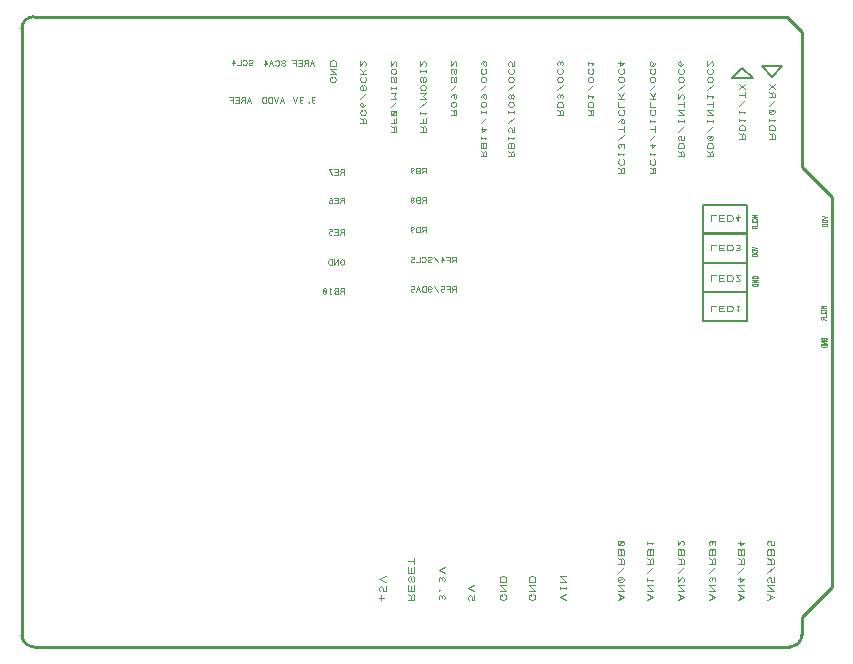
<source format=gbo>
G04 DesignSpark PCB Gerber Version 12.0 Build 5942*
%FSLAX35Y35*%
%MOMM*%
%ADD15C,0.08000*%
%ADD11C,0.12700*%
%ADD20C,0.25400*%
X0Y0D02*
D02*
D11*
X48058050Y45812770D02*
X48433050D01*
Y46055270D01*
X48058050D01*
Y45812770D01*
Y46057770D02*
X48433050D01*
Y46300270D01*
X48058050D01*
Y46057770D01*
Y46302770D02*
X48433050D01*
Y46545270D01*
X48058050D01*
Y46302770D01*
Y46552770D02*
X48433050D01*
Y46795270D01*
X48058050D01*
Y46552770D01*
X48390550Y47955270D02*
X48302550Y47867270D01*
X48478050Y47867770D01*
X48390550Y47955270D01*
X48641050Y47879770D02*
X48729050Y47967770D01*
X48553550Y47967270D01*
X48641050Y47879770D01*
D02*
D15*
X44230550Y47657180D02*
X44214680Y47704800D01*
X44198800Y47657180D01*
X44224200Y47677020D02*
X44205150D01*
X44179750Y47657180D02*
Y47704800D01*
X44157530D01*
X44151170Y47700830D01*
X44148000Y47692900D01*
X44151170Y47684960D01*
X44157530Y47680990D01*
X44179750D01*
X44157530D02*
X44148000Y47657180D01*
X44128950D02*
Y47704800D01*
X44097200D01*
X44103550Y47680990D02*
X44128950D01*
Y47657180D02*
X44097200D01*
X44078150D02*
Y47704800D01*
X44046400D01*
X44052750Y47680990D02*
X44078150D01*
X44245550Y47986580D02*
X44242370Y47978650D01*
X44236020Y47974680D01*
X44223330D01*
X44216970Y47978650D01*
X44213800Y47986580D01*
X44216970Y47994520D01*
X44223330Y47998490D01*
X44236020D01*
X44242370Y48002460D01*
X44245550Y48010400D01*
X44242370Y48018330D01*
X44236020Y48022300D01*
X44223330D01*
X44216970Y48018330D01*
X44213800Y48010400D01*
X44163000Y47982610D02*
X44166170Y47978650D01*
X44172530Y47974680D01*
X44182050D01*
X44188400Y47978650D01*
X44191570Y47982610D01*
X44194750Y47990550D01*
Y48006430D01*
X44191570Y48014360D01*
X44188400Y48018330D01*
X44182050Y48022300D01*
X44172530D01*
X44166170Y48018330D01*
X44163000Y48014360D01*
X44143950Y48022300D02*
Y47974680D01*
X44112200D01*
X44077280D02*
Y48022300D01*
X44093150Y47990550D01*
X44067750D01*
X44508050Y47657180D02*
X44492180Y47704800D01*
X44476300Y47657180D01*
X44501700Y47677020D02*
X44482650D01*
X44457250Y47704800D02*
X44441380Y47657180D01*
X44425500Y47704800D01*
X44406450Y47657180D02*
Y47704800D01*
X44387400D01*
X44381050Y47700830D01*
X44377870Y47696860D01*
X44374700Y47688930D01*
Y47673050D01*
X44377870Y47665110D01*
X44381050Y47661150D01*
X44387400Y47657180D01*
X44406450D01*
X44355650D02*
Y47704800D01*
X44336600D01*
X44330250Y47700830D01*
X44327070Y47696860D01*
X44323900Y47688930D01*
Y47673050D01*
X44327070Y47665110D01*
X44330250Y47661150D01*
X44336600Y47657180D01*
X44355650D01*
X44520550Y47984080D02*
X44517370Y47976150D01*
X44511020Y47972180D01*
X44498330D01*
X44491970Y47976150D01*
X44488800Y47984080D01*
X44491970Y47992020D01*
X44498330Y47995990D01*
X44511020D01*
X44517370Y47999960D01*
X44520550Y48007900D01*
X44517370Y48015830D01*
X44511020Y48019800D01*
X44498330D01*
X44491970Y48015830D01*
X44488800Y48007900D01*
X44438000Y47980110D02*
X44441170Y47976150D01*
X44447530Y47972180D01*
X44457050D01*
X44463400Y47976150D01*
X44466570Y47980110D01*
X44469750Y47988050D01*
Y48003930D01*
X44466570Y48011860D01*
X44463400Y48015830D01*
X44457050Y48019800D01*
X44447530D01*
X44441170Y48015830D01*
X44438000Y48011860D01*
X44418950Y47972180D02*
X44403080Y48019800D01*
X44387200Y47972180D01*
X44412600Y47992020D02*
X44393550D01*
X44352280Y47972180D02*
Y48019800D01*
X44368150Y47988050D01*
X44342750D01*
X44765550Y47972180D02*
X44749680Y48019800D01*
X44733800Y47972180D01*
X44759200Y47992020D02*
X44740150D01*
X44714750Y47972180D02*
Y48019800D01*
X44692530D01*
X44686170Y48015830D01*
X44683000Y48007900D01*
X44686170Y47999960D01*
X44692530Y47995990D01*
X44714750D01*
X44692530D02*
X44683000Y47972180D01*
X44663950D02*
Y48019800D01*
X44632200D01*
X44638550Y47995990D02*
X44663950D01*
Y47972180D02*
X44632200D01*
X44613150D02*
Y48019800D01*
X44581400D01*
X44587750Y47995990D02*
X44613150D01*
X44769870Y47663650D02*
X44763520Y47659680D01*
X44757180D01*
X44750830Y47663650D01*
X44747650Y47671580D01*
X44750830Y47679520D01*
X44757180Y47683490D01*
X44763520D01*
X44757180D02*
X44750830Y47687460D01*
X44747650Y47695400D01*
X44750830Y47703330D01*
X44757180Y47707300D01*
X44763520D01*
X44769870Y47703330D01*
X44719070Y47659680D02*
X44715900Y47663650D01*
X44719070Y47667610D01*
X44722250Y47663650D01*
X44719070Y47659680D01*
X44668270Y47663650D02*
X44661920Y47659680D01*
X44655580D01*
X44649230Y47663650D01*
X44646050Y47671580D01*
X44649230Y47679520D01*
X44655580Y47683490D01*
X44661920D01*
X44655580D02*
X44649230Y47687460D01*
X44646050Y47695400D01*
X44649230Y47703330D01*
X44655580Y47707300D01*
X44661920D01*
X44668270Y47703330D01*
X44620650Y47707300D02*
X44604780Y47659680D01*
X44588900Y47707300D01*
X44919800Y47864080D02*
Y47877180D01*
X44915830D01*
X44907890Y47872810D01*
X44903930Y47868450D01*
X44899960Y47859710D01*
Y47850990D01*
X44903930Y47842250D01*
X44907890Y47837890D01*
X44915830Y47833520D01*
X44931710D01*
X44939640Y47837890D01*
X44943610Y47842250D01*
X44947580Y47850990D01*
Y47859710D01*
X44943610Y47868450D01*
X44939640Y47872810D01*
X44931710Y47877180D01*
X44899960Y47903370D02*
X44947580D01*
X44899960Y47947030D01*
X44947580D01*
X44899960Y47973220D02*
X44947580D01*
Y47999410D01*
X44943610Y48008150D01*
X44939640Y48012510D01*
X44931710Y48016880D01*
X44915830D01*
X44907890Y48012510D01*
X44903930Y48008150D01*
X44899960Y47999410D01*
Y47973220D01*
X45018050Y46039680D02*
Y46087300D01*
X44995830D01*
X44989470Y46083330D01*
X44986300Y46075400D01*
X44989470Y46067460D01*
X44995830Y46063490D01*
X45018050D01*
X44995830D02*
X44986300Y46039680D01*
X44945030Y46063490D02*
X44938670Y46059520D01*
X44935500Y46051580D01*
X44938670Y46043650D01*
X44945030Y46039680D01*
X44967250D01*
Y46087300D01*
X44945030D01*
X44938670Y46083330D01*
X44935500Y46075400D01*
X44938670Y46067460D01*
X44945030Y46063490D01*
X44967250D01*
X44910100Y46039680D02*
X44897400D01*
X44903750D02*
Y46087300D01*
X44910100Y46079360D01*
X44862470Y46043650D02*
X44856120Y46039680D01*
X44849780D01*
X44843430Y46043650D01*
X44840250Y46051580D01*
Y46075400D01*
X44843430Y46083330D01*
X44849780Y46087300D01*
X44856120D01*
X44862470Y46083330D01*
X44865650Y46075400D01*
Y46051580D01*
X44862470Y46043650D01*
X44843430Y46083330D01*
X44995830Y46307020D02*
X44986300D01*
Y46303050D01*
X44989470Y46295110D01*
X44992650Y46291150D01*
X44999000Y46287180D01*
X45005350D01*
X45011700Y46291150D01*
X45014870Y46295110D01*
X45018050Y46303050D01*
Y46318930D01*
X45014870Y46326860D01*
X45011700Y46330830D01*
X45005350Y46334800D01*
X44999000D01*
X44992650Y46330830D01*
X44989470Y46326860D01*
X44986300Y46318930D01*
X44967250Y46287180D02*
Y46334800D01*
X44935500Y46287180D01*
Y46334800D01*
X44916450Y46287180D02*
Y46334800D01*
X44897400D01*
X44891050Y46330830D01*
X44887870Y46326860D01*
X44884700Y46318930D01*
Y46303050D01*
X44887870Y46295110D01*
X44891050Y46291150D01*
X44897400Y46287180D01*
X44916450D01*
X45018050Y46542180D02*
Y46589800D01*
X44995830D01*
X44989470Y46585830D01*
X44986300Y46577900D01*
X44989470Y46569960D01*
X44995830Y46565990D01*
X45018050D01*
X44995830D02*
X44986300Y46542180D01*
X44967250D02*
Y46589800D01*
X44935500D01*
X44941850Y46565990D02*
X44967250D01*
Y46542180D02*
X44935500D01*
X44916450Y46546150D02*
X44910100Y46542180D01*
X44900580D01*
X44894230Y46546150D01*
X44891050Y46554080D01*
Y46558050D01*
X44894230Y46565990D01*
X44900580Y46569960D01*
X44916450D01*
Y46589800D01*
X44891050D01*
X45018050Y46807180D02*
Y46854800D01*
X44995830D01*
X44989470Y46850830D01*
X44986300Y46842900D01*
X44989470Y46834960D01*
X44995830Y46830990D01*
X45018050D01*
X44995830D02*
X44986300Y46807180D01*
X44967250D02*
Y46854800D01*
X44935500D01*
X44941850Y46830990D02*
X44967250D01*
Y46807180D02*
X44935500D01*
X44916450Y46819080D02*
X44913270Y46827020D01*
X44906920Y46830990D01*
X44900580D01*
X44894230Y46827020D01*
X44891050Y46819080D01*
X44894230Y46811150D01*
X44900580Y46807180D01*
X44906920D01*
X44913270Y46811150D01*
X44916450Y46819080D01*
Y46830990D01*
X44913270Y46842900D01*
X44906920Y46850830D01*
X44900580Y46854800D01*
X45018050Y47047180D02*
Y47094800D01*
X44995830D01*
X44989470Y47090830D01*
X44986300Y47082900D01*
X44989470Y47074960D01*
X44995830Y47070990D01*
X45018050D01*
X44995830D02*
X44986300Y47047180D01*
X44967250D02*
Y47094800D01*
X44935500D01*
X44941850Y47070990D02*
X44967250D01*
Y47047180D02*
X44935500D01*
X44916450D02*
X44891050Y47094800D01*
X44916450D01*
X45154960Y47484270D02*
X45202580D01*
Y47514830D01*
X45198610Y47523560D01*
X45190680Y47527930D01*
X45182740Y47523560D01*
X45178770Y47514830D01*
Y47484270D01*
Y47514830D02*
X45154960Y47527930D01*
X45174800Y47584680D02*
Y47597780D01*
X45170830D01*
X45162890Y47593410D01*
X45158930Y47589050D01*
X45154960Y47580310D01*
Y47571590D01*
X45158930Y47562850D01*
X45162890Y47558490D01*
X45170830Y47554120D01*
X45186710D01*
X45194640Y47558490D01*
X45198610Y47562850D01*
X45202580Y47571590D01*
Y47580310D01*
X45198610Y47589050D01*
X45194640Y47593410D01*
X45186710Y47597780D01*
X45166860Y47623970D02*
X45174800Y47628340D01*
X45178770Y47637070D01*
Y47645790D01*
X45174800Y47654530D01*
X45166860Y47658900D01*
X45158930Y47654530D01*
X45154960Y47645790D01*
Y47637070D01*
X45158930Y47628340D01*
X45166860Y47623970D01*
X45178770D01*
X45190680Y47628340D01*
X45198610Y47637070D01*
X45202580Y47645790D01*
X45154960Y47693820D02*
X45202580Y47737480D01*
X45166860Y47763670D02*
X45158930Y47768040D01*
X45154960Y47776770D01*
Y47794230D01*
X45158930Y47802960D01*
X45166860Y47807330D01*
X45174800Y47802960D01*
X45178770Y47794230D01*
Y47776770D01*
X45182740Y47768040D01*
X45190680Y47763670D01*
X45198610Y47768040D01*
X45202580Y47776770D01*
Y47794230D01*
X45198610Y47802960D01*
X45190680Y47807330D01*
X45162890Y47877180D02*
X45158930Y47872810D01*
X45154960Y47864080D01*
Y47850990D01*
X45158930Y47842250D01*
X45162890Y47837890D01*
X45170830Y47833520D01*
X45186710D01*
X45194640Y47837890D01*
X45198610Y47842250D01*
X45202580Y47850990D01*
Y47864080D01*
X45198610Y47872810D01*
X45194640Y47877180D01*
X45154960Y47903370D02*
X45202580D01*
X45178770D02*
Y47916470D01*
X45202580Y47947030D01*
X45178770Y47916470D02*
X45154960Y47947030D01*
Y48008150D02*
Y47973220D01*
X45182740Y48003780D01*
X45190680Y48008150D01*
X45198610Y48003780D01*
X45202580Y47995040D01*
Y47981950D01*
X45198610Y47973220D01*
X45335680Y43447770D02*
Y43486270D01*
X45318180Y43467020D02*
X45353180D01*
X45322550Y43524770D02*
X45318180Y43534400D01*
Y43548840D01*
X45322550Y43558460D01*
X45331300Y43563270D01*
X45335680D01*
X45344430Y43558460D01*
X45348800Y43548840D01*
Y43524770D01*
X45370680D01*
Y43563270D01*
Y43601770D02*
X45318180Y43625840D01*
X45370680Y43649900D01*
X45414960Y47414420D02*
X45462580D01*
Y47444980D01*
X45458610Y47453710D01*
X45450680Y47458080D01*
X45442740Y47453710D01*
X45438770Y47444980D01*
Y47414420D01*
Y47444980D02*
X45414960Y47458080D01*
Y47484270D02*
X45462580D01*
Y47527930D01*
X45438770Y47519200D02*
Y47484270D01*
X45418930Y47558490D02*
X45414960Y47567220D01*
Y47575940D01*
X45418930Y47584680D01*
X45426860Y47589050D01*
X45450680D01*
X45458610Y47584680D01*
X45462580Y47575940D01*
Y47567220D01*
X45458610Y47558490D01*
X45450680Y47554120D01*
X45426860D01*
X45418930Y47558490D01*
X45458610Y47584680D01*
X45414960Y47623970D02*
X45462580Y47667630D01*
X45414960Y47693820D02*
X45462580D01*
X45438770Y47715640D01*
X45462580Y47737480D01*
X45414960D01*
Y47776770D02*
Y47794230D01*
Y47785490D02*
X45462580D01*
Y47776770D02*
Y47794230D01*
X45426860Y47833520D02*
X45418930Y47837890D01*
X45414960Y47846620D01*
Y47864080D01*
X45418930Y47872810D01*
X45426860Y47877180D01*
X45434800Y47872810D01*
X45438770Y47864080D01*
Y47846620D01*
X45442740Y47837890D01*
X45450680Y47833520D01*
X45458610Y47837890D01*
X45462580Y47846620D01*
Y47864080D01*
X45458610Y47872810D01*
X45450680Y47877180D01*
X45430830Y47903370D02*
X45446710D01*
X45454640Y47907740D01*
X45458610Y47912100D01*
X45462580Y47920840D01*
Y47929560D01*
X45458610Y47938300D01*
X45454640Y47942660D01*
X45446710Y47947030D01*
X45430830D01*
X45422890Y47942660D01*
X45418930Y47938300D01*
X45414960Y47929560D01*
Y47920840D01*
X45418930Y47912100D01*
X45422890Y47907740D01*
X45430830Y47903370D01*
X45414960Y48008150D02*
Y47973220D01*
X45442740Y48003780D01*
X45450680Y48008150D01*
X45458610Y48003780D01*
X45462580Y47995040D01*
Y47981950D01*
X45458610Y47973220D01*
X45561180Y43447770D02*
X45613680D01*
Y43481460D01*
X45609300Y43491090D01*
X45600550Y43495900D01*
X45591800Y43491090D01*
X45587430Y43481460D01*
Y43447770D01*
Y43481460D02*
X45561180Y43495900D01*
Y43524770D02*
X45613680D01*
Y43572900D01*
X45587430Y43563270D02*
Y43524770D01*
X45561180D02*
Y43572900D01*
X45574300Y43601770D02*
X45565550Y43606590D01*
X45561180Y43616210D01*
Y43635460D01*
X45565550Y43645090D01*
X45574300Y43649900D01*
X45583050Y43645090D01*
X45587430Y43635460D01*
Y43616210D01*
X45591800Y43606590D01*
X45600550Y43601770D01*
X45609300Y43606590D01*
X45613680Y43616210D01*
Y43635460D01*
X45609300Y43645090D01*
X45600550Y43649900D01*
X45561180Y43678770D02*
X45613680D01*
Y43726900D01*
X45587430Y43717270D02*
Y43678770D01*
X45561180D02*
Y43726900D01*
Y43779840D02*
X45613680D01*
Y43755770D02*
Y43803900D01*
X45662460Y47414420D02*
X45710080D01*
Y47444980D01*
X45706110Y47453710D01*
X45698180Y47458080D01*
X45690240Y47453710D01*
X45686270Y47444980D01*
Y47414420D01*
Y47444980D02*
X45662460Y47458080D01*
Y47484270D02*
X45710080D01*
Y47527930D01*
X45686270Y47519200D02*
Y47484270D01*
X45662460Y47562850D02*
Y47580310D01*
Y47571590D02*
X45710080D01*
X45702140Y47562850D01*
X45662460Y47623970D02*
X45710080Y47667630D01*
X45662460Y47693820D02*
X45710080D01*
X45686270Y47715640D01*
X45710080Y47737480D01*
X45662460D01*
X45678330Y47763670D02*
X45694210D01*
X45702140Y47768040D01*
X45706110Y47772400D01*
X45710080Y47781140D01*
Y47789860D01*
X45706110Y47798600D01*
X45702140Y47802960D01*
X45694210Y47807330D01*
X45678330D01*
X45670390Y47802960D01*
X45666430Y47798600D01*
X45662460Y47789860D01*
Y47781140D01*
X45666430Y47772400D01*
X45670390Y47768040D01*
X45678330Y47763670D01*
X45674360Y47833520D02*
X45666430Y47837890D01*
X45662460Y47846620D01*
Y47864080D01*
X45666430Y47872810D01*
X45674360Y47877180D01*
X45682300Y47872810D01*
X45686270Y47864080D01*
Y47846620D01*
X45690240Y47837890D01*
X45698180Y47833520D01*
X45706110Y47837890D01*
X45710080Y47846620D01*
Y47864080D01*
X45706110Y47872810D01*
X45698180Y47877180D01*
X45662460Y47916470D02*
Y47933930D01*
Y47925190D02*
X45710080D01*
Y47916470D02*
Y47933930D01*
X45662460Y48008150D02*
Y47973220D01*
X45690240Y48003780D01*
X45698180Y48008150D01*
X45706110Y48003780D01*
X45710080Y47995040D01*
Y47981950D01*
X45706110Y47973220D01*
X45709050Y46559680D02*
Y46607300D01*
X45686830D01*
X45680470Y46603330D01*
X45677300Y46595400D01*
X45680470Y46587460D01*
X45686830Y46583490D01*
X45709050D01*
X45686830D02*
X45677300Y46559680D01*
X45658250D02*
Y46607300D01*
X45639200D01*
X45632850Y46603330D01*
X45629670Y46599360D01*
X45626500Y46591430D01*
Y46575550D01*
X45629670Y46567610D01*
X45632850Y46563650D01*
X45639200Y46559680D01*
X45658250D01*
X45597920D02*
X45591580Y46563650D01*
X45585230Y46571580D01*
X45582050Y46583490D01*
Y46595400D01*
X45585230Y46603330D01*
X45591580Y46607300D01*
X45597920D01*
X45604270Y46603330D01*
X45607450Y46595400D01*
X45604270Y46587460D01*
X45597920Y46583490D01*
X45591580D01*
X45585230Y46587460D01*
X45582050Y46595400D01*
X45709050Y46812180D02*
Y46859800D01*
X45686830D01*
X45680470Y46855830D01*
X45677300Y46847900D01*
X45680470Y46839960D01*
X45686830Y46835990D01*
X45709050D01*
X45686830D02*
X45677300Y46812180D01*
X45636030Y46835990D02*
X45629670Y46832020D01*
X45626500Y46824080D01*
X45629670Y46816150D01*
X45636030Y46812180D01*
X45658250D01*
Y46859800D01*
X45636030D01*
X45629670Y46855830D01*
X45626500Y46847900D01*
X45629670Y46839960D01*
X45636030Y46835990D01*
X45658250D01*
X45597920D02*
X45591580D01*
X45585230Y46839960D01*
X45582050Y46847900D01*
X45585230Y46855830D01*
X45591580Y46859800D01*
X45597920D01*
X45604270Y46855830D01*
X45607450Y46847900D01*
X45604270Y46839960D01*
X45597920Y46835990D01*
X45604270Y46832020D01*
X45607450Y46824080D01*
X45604270Y46816150D01*
X45597920Y46812180D01*
X45591580D01*
X45585230Y46816150D01*
X45582050Y46824080D01*
X45585230Y46832020D01*
X45591580Y46835990D01*
X45709050Y47059680D02*
Y47107300D01*
X45686830D01*
X45680470Y47103330D01*
X45677300Y47095400D01*
X45680470Y47087460D01*
X45686830Y47083490D01*
X45709050D01*
X45686830D02*
X45677300Y47059680D01*
X45636030Y47083490D02*
X45629670Y47079520D01*
X45626500Y47071580D01*
X45629670Y47063650D01*
X45636030Y47059680D01*
X45658250D01*
Y47107300D01*
X45636030D01*
X45629670Y47103330D01*
X45626500Y47095400D01*
X45629670Y47087460D01*
X45636030Y47083490D01*
X45658250D01*
X45597920Y47059680D02*
X45591580Y47063650D01*
X45585230Y47071580D01*
X45582050Y47083490D01*
Y47095400D01*
X45585230Y47103330D01*
X45591580Y47107300D01*
X45597920D01*
X45604270Y47103330D01*
X45607450Y47095400D01*
X45604270Y47087460D01*
X45597920Y47083490D01*
X45591580D01*
X45585230Y47087460D01*
X45582050Y47095400D01*
X45825550Y43452590D02*
X45821180Y43462210D01*
Y43471840D01*
X45825550Y43481460D01*
X45834300Y43486270D01*
X45843050Y43481460D01*
X45847430Y43471840D01*
Y43462210D01*
Y43471840D02*
X45851800Y43481460D01*
X45860550Y43486270D01*
X45869300Y43481460D01*
X45873680Y43471840D01*
Y43462210D01*
X45869300Y43452590D01*
X45821180Y43529590D02*
X45825550Y43534400D01*
X45829930Y43529590D01*
X45825550Y43524770D01*
X45821180Y43529590D01*
X45825550Y43606590D02*
X45821180Y43616210D01*
Y43625840D01*
X45825550Y43635460D01*
X45834300Y43640270D01*
X45843050Y43635460D01*
X45847430Y43625840D01*
Y43616210D01*
Y43625840D02*
X45851800Y43635460D01*
X45860550Y43640270D01*
X45869300Y43635460D01*
X45873680Y43625840D01*
Y43616210D01*
X45869300Y43606590D01*
X45873680Y43678770D02*
X45821180Y43702840D01*
X45873680Y43726900D01*
X45922460Y47554120D02*
X45970080D01*
Y47584680D01*
X45966110Y47593410D01*
X45958180Y47597780D01*
X45950240Y47593410D01*
X45946270Y47584680D01*
Y47554120D01*
Y47584680D02*
X45922460Y47597780D01*
X45942300Y47654530D02*
Y47667630D01*
X45938330D01*
X45930390Y47663260D01*
X45926430Y47658900D01*
X45922460Y47650160D01*
Y47641440D01*
X45926430Y47632700D01*
X45930390Y47628340D01*
X45938330Y47623970D01*
X45954210D01*
X45962140Y47628340D01*
X45966110Y47632700D01*
X45970080Y47641440D01*
Y47650160D01*
X45966110Y47658900D01*
X45962140Y47663260D01*
X45954210Y47667630D01*
X45922460Y47706920D02*
X45926430Y47715640D01*
X45934360Y47724380D01*
X45946270Y47728750D01*
X45958180D01*
X45966110Y47724380D01*
X45970080Y47715640D01*
Y47706920D01*
X45966110Y47698190D01*
X45958180Y47693820D01*
X45950240Y47698190D01*
X45946270Y47706920D01*
Y47715640D01*
X45950240Y47724380D01*
X45958180Y47728750D01*
X45922460Y47763670D02*
X45970080Y47807330D01*
X45934360Y47833520D02*
X45926430Y47837890D01*
X45922460Y47846620D01*
Y47864080D01*
X45926430Y47872810D01*
X45934360Y47877180D01*
X45942300Y47872810D01*
X45946270Y47864080D01*
Y47846620D01*
X45950240Y47837890D01*
X45958180Y47833520D01*
X45966110Y47837890D01*
X45970080Y47846620D01*
Y47864080D01*
X45966110Y47872810D01*
X45958180Y47877180D01*
X45934360Y47903370D02*
X45926430Y47907740D01*
X45922460Y47916470D01*
Y47933930D01*
X45926430Y47942660D01*
X45934360Y47947030D01*
X45942300Y47942660D01*
X45946270Y47933930D01*
Y47916470D01*
X45950240Y47907740D01*
X45958180Y47903370D01*
X45966110Y47907740D01*
X45970080Y47916470D01*
Y47933930D01*
X45966110Y47942660D01*
X45958180Y47947030D01*
X45922460Y48008150D02*
Y47973220D01*
X45950240Y48003780D01*
X45958180Y48008150D01*
X45966110Y48003780D01*
X45970080Y47995040D01*
Y47981950D01*
X45966110Y47973220D01*
X45963050Y46057180D02*
Y46104800D01*
X45940830D01*
X45934470Y46100830D01*
X45931300Y46092900D01*
X45934470Y46084960D01*
X45940830Y46080990D01*
X45963050D01*
X45940830D02*
X45931300Y46057180D01*
X45912250D02*
Y46104800D01*
X45880500D01*
X45886850Y46080990D02*
X45912250D01*
X45861450Y46061150D02*
X45855100Y46057180D01*
X45845580D01*
X45839230Y46061150D01*
X45836050Y46069080D01*
Y46073050D01*
X45839230Y46080990D01*
X45845580Y46084960D01*
X45861450D01*
Y46104800D01*
X45836050D01*
X45810650Y46057180D02*
X45778900Y46104800D01*
X45759850Y46069080D02*
X45756670Y46061150D01*
X45750320Y46057180D01*
X45737630D01*
X45731270Y46061150D01*
X45728100Y46069080D01*
X45731270Y46077020D01*
X45737630Y46080990D01*
X45750320D01*
X45756670Y46084960D01*
X45759850Y46092900D01*
X45756670Y46100830D01*
X45750320Y46104800D01*
X45737630D01*
X45731270Y46100830D01*
X45728100Y46092900D01*
X45709050Y46057180D02*
Y46104800D01*
X45690000D01*
X45683650Y46100830D01*
X45680470Y46096860D01*
X45677300Y46088930D01*
Y46073050D01*
X45680470Y46065110D01*
X45683650Y46061150D01*
X45690000Y46057180D01*
X45709050D01*
X45658250D02*
X45642380Y46104800D01*
X45626500Y46057180D01*
X45651900Y46077020D02*
X45632850D01*
X45607450Y46061150D02*
X45601100Y46057180D01*
X45591580D01*
X45585230Y46061150D01*
X45582050Y46069080D01*
Y46073050D01*
X45585230Y46080990D01*
X45591580Y46084960D01*
X45607450D01*
Y46104800D01*
X45582050D01*
X45963050Y46307180D02*
Y46354800D01*
X45940830D01*
X45934470Y46350830D01*
X45931300Y46342900D01*
X45934470Y46334960D01*
X45940830Y46330990D01*
X45963050D01*
X45940830D02*
X45931300Y46307180D01*
X45912250D02*
Y46354800D01*
X45880500D01*
X45886850Y46330990D02*
X45912250D01*
X45845580Y46307180D02*
Y46354800D01*
X45861450Y46323050D01*
X45836050D01*
X45810650Y46307180D02*
X45778900Y46354800D01*
X45759850Y46319080D02*
X45756670Y46311150D01*
X45750320Y46307180D01*
X45737630D01*
X45731270Y46311150D01*
X45728100Y46319080D01*
X45731270Y46327020D01*
X45737630Y46330990D01*
X45750320D01*
X45756670Y46334960D01*
X45759850Y46342900D01*
X45756670Y46350830D01*
X45750320Y46354800D01*
X45737630D01*
X45731270Y46350830D01*
X45728100Y46342900D01*
X45677300Y46315110D02*
X45680470Y46311150D01*
X45686830Y46307180D01*
X45696350D01*
X45702700Y46311150D01*
X45705870Y46315110D01*
X45709050Y46323050D01*
Y46338930D01*
X45705870Y46346860D01*
X45702700Y46350830D01*
X45696350Y46354800D01*
X45686830D01*
X45680470Y46350830D01*
X45677300Y46346860D01*
X45658250Y46354800D02*
Y46307180D01*
X45626500D01*
X45607450Y46311150D02*
X45601100Y46307180D01*
X45591580D01*
X45585230Y46311150D01*
X45582050Y46319080D01*
Y46323050D01*
X45585230Y46330990D01*
X45591580Y46334960D01*
X45607450D01*
Y46354800D01*
X45582050D01*
X46073050Y43447770D02*
X46068680Y43457400D01*
Y43471840D01*
X46073050Y43481460D01*
X46081800Y43486270D01*
X46086180D01*
X46094930Y43481460D01*
X46099300Y43471840D01*
Y43447770D01*
X46121180D01*
Y43486270D01*
Y43524770D02*
X46068680Y43548840D01*
X46121180Y43572900D01*
X46174960Y47204870D02*
X46222580D01*
Y47235430D01*
X46218610Y47244160D01*
X46210680Y47248530D01*
X46202740Y47244160D01*
X46198770Y47235430D01*
Y47204870D01*
Y47235430D02*
X46174960Y47248530D01*
X46198770Y47305280D02*
X46194800Y47314010D01*
X46186860Y47318380D01*
X46178930Y47314010D01*
X46174960Y47305280D01*
Y47274720D01*
X46222580D01*
Y47305280D01*
X46218610Y47314010D01*
X46210680Y47318380D01*
X46202740Y47314010D01*
X46198770Y47305280D01*
Y47274720D01*
X46174960Y47353300D02*
Y47370760D01*
Y47362040D02*
X46222580D01*
X46214640Y47353300D01*
X46174960Y47436240D02*
X46222580D01*
X46190830Y47414420D01*
Y47449350D01*
X46174960Y47484270D02*
X46222580Y47527930D01*
X46174960Y47567220D02*
Y47584680D01*
Y47575940D02*
X46222580D01*
Y47567220D02*
Y47584680D01*
X46190830Y47623970D02*
X46206710D01*
X46214640Y47628340D01*
X46218610Y47632700D01*
X46222580Y47641440D01*
Y47650160D01*
X46218610Y47658900D01*
X46214640Y47663260D01*
X46206710Y47667630D01*
X46190830D01*
X46182890Y47663260D01*
X46178930Y47658900D01*
X46174960Y47650160D01*
Y47641440D01*
X46178930Y47632700D01*
X46182890Y47628340D01*
X46190830Y47623970D01*
X46174960Y47706920D02*
X46178930Y47715640D01*
X46186860Y47724380D01*
X46198770Y47728750D01*
X46210680D01*
X46218610Y47724380D01*
X46222580Y47715640D01*
Y47706920D01*
X46218610Y47698190D01*
X46210680Y47693820D01*
X46202740Y47698190D01*
X46198770Y47706920D01*
Y47715640D01*
X46202740Y47724380D01*
X46210680Y47728750D01*
X46174960Y47763670D02*
X46222580Y47807330D01*
X46190830Y47833520D02*
X46206710D01*
X46214640Y47837890D01*
X46218610Y47842250D01*
X46222580Y47850990D01*
Y47859710D01*
X46218610Y47868450D01*
X46214640Y47872810D01*
X46206710Y47877180D01*
X46190830D01*
X46182890Y47872810D01*
X46178930Y47868450D01*
X46174960Y47859710D01*
Y47850990D01*
X46178930Y47842250D01*
X46182890Y47837890D01*
X46190830Y47833520D01*
X46182890Y47947030D02*
X46178930Y47942660D01*
X46174960Y47933930D01*
Y47920840D01*
X46178930Y47912100D01*
X46182890Y47907740D01*
X46190830Y47903370D01*
X46206710D01*
X46214640Y47907740D01*
X46218610Y47912100D01*
X46222580Y47920840D01*
Y47933930D01*
X46218610Y47942660D01*
X46214640Y47947030D01*
X46174960Y47986320D02*
X46178930Y47995040D01*
X46186860Y48003780D01*
X46198770Y48008150D01*
X46210680D01*
X46218610Y48003780D01*
X46222580Y47995040D01*
Y47986320D01*
X46218610Y47977590D01*
X46210680Y47973220D01*
X46202740Y47977590D01*
X46198770Y47986320D01*
Y47995040D01*
X46202740Y48003780D01*
X46210680Y48008150D01*
X46360550Y43481460D02*
Y43495900D01*
X46356180D01*
X46347430Y43491090D01*
X46343050Y43486270D01*
X46338680Y43476650D01*
Y43467020D01*
X46343050Y43457400D01*
X46347430Y43452590D01*
X46356180Y43447770D01*
X46373680D01*
X46382430Y43452590D01*
X46386800Y43457400D01*
X46391180Y43467020D01*
Y43476650D01*
X46386800Y43486270D01*
X46382430Y43491090D01*
X46373680Y43495900D01*
X46338680Y43524770D02*
X46391180D01*
X46338680Y43572900D01*
X46391180D01*
X46338680Y43601770D02*
X46391180D01*
Y43630650D01*
X46386800Y43640270D01*
X46382430Y43645090D01*
X46373680Y43649900D01*
X46356180D01*
X46347430Y43645090D01*
X46343050Y43640270D01*
X46338680Y43630650D01*
Y43601770D01*
X46409960Y47204870D02*
X46457580D01*
Y47235430D01*
X46453610Y47244160D01*
X46445680Y47248530D01*
X46437740Y47244160D01*
X46433770Y47235430D01*
Y47204870D01*
Y47235430D02*
X46409960Y47248530D01*
X46433770Y47305280D02*
X46429800Y47314010D01*
X46421860Y47318380D01*
X46413930Y47314010D01*
X46409960Y47305280D01*
Y47274720D01*
X46457580D01*
Y47305280D01*
X46453610Y47314010D01*
X46445680Y47318380D01*
X46437740Y47314010D01*
X46433770Y47305280D01*
Y47274720D01*
X46409960Y47353300D02*
Y47370760D01*
Y47362040D02*
X46457580D01*
X46449640Y47353300D01*
X46413930Y47414420D02*
X46409960Y47423150D01*
Y47436240D01*
X46413930Y47444980D01*
X46421860Y47449350D01*
X46425830D01*
X46433770Y47444980D01*
X46437740Y47436240D01*
Y47414420D01*
X46457580D01*
Y47449350D01*
X46409960Y47484270D02*
X46457580Y47527930D01*
X46409960Y47567220D02*
Y47584680D01*
Y47575940D02*
X46457580D01*
Y47567220D02*
Y47584680D01*
X46425830Y47623970D02*
X46441710D01*
X46449640Y47628340D01*
X46453610Y47632700D01*
X46457580Y47641440D01*
Y47650160D01*
X46453610Y47658900D01*
X46449640Y47663260D01*
X46441710Y47667630D01*
X46425830D01*
X46417890Y47663260D01*
X46413930Y47658900D01*
X46409960Y47650160D01*
Y47641440D01*
X46413930Y47632700D01*
X46417890Y47628340D01*
X46425830Y47623970D01*
X46433770Y47706920D02*
Y47715640D01*
X46437740Y47724380D01*
X46445680Y47728750D01*
X46453610Y47724380D01*
X46457580Y47715640D01*
Y47706920D01*
X46453610Y47698190D01*
X46445680Y47693820D01*
X46437740Y47698190D01*
X46433770Y47706920D01*
X46429800Y47698190D01*
X46421860Y47693820D01*
X46413930Y47698190D01*
X46409960Y47706920D01*
Y47715640D01*
X46413930Y47724380D01*
X46421860Y47728750D01*
X46429800Y47724380D01*
X46433770Y47715640D01*
X46409960Y47763670D02*
X46457580Y47807330D01*
X46425830Y47833520D02*
X46441710D01*
X46449640Y47837890D01*
X46453610Y47842250D01*
X46457580Y47850990D01*
Y47859710D01*
X46453610Y47868450D01*
X46449640Y47872810D01*
X46441710Y47877180D01*
X46425830D01*
X46417890Y47872810D01*
X46413930Y47868450D01*
X46409960Y47859710D01*
Y47850990D01*
X46413930Y47842250D01*
X46417890Y47837890D01*
X46425830Y47833520D01*
X46417890Y47947030D02*
X46413930Y47942660D01*
X46409960Y47933930D01*
Y47920840D01*
X46413930Y47912100D01*
X46417890Y47907740D01*
X46425830Y47903370D01*
X46441710D01*
X46449640Y47907740D01*
X46453610Y47912100D01*
X46457580Y47920840D01*
Y47933930D01*
X46453610Y47942660D01*
X46449640Y47947030D01*
X46413930Y47973220D02*
X46409960Y47981950D01*
Y47995040D01*
X46413930Y48003780D01*
X46421860Y48008150D01*
X46425830D01*
X46433770Y48003780D01*
X46437740Y47995040D01*
Y47973220D01*
X46457580D01*
Y48008150D01*
X46605550Y43481460D02*
Y43495900D01*
X46601180D01*
X46592430Y43491090D01*
X46588050Y43486270D01*
X46583680Y43476650D01*
Y43467020D01*
X46588050Y43457400D01*
X46592430Y43452590D01*
X46601180Y43447770D01*
X46618680D01*
X46627430Y43452590D01*
X46631800Y43457400D01*
X46636180Y43467020D01*
Y43476650D01*
X46631800Y43486270D01*
X46627430Y43491090D01*
X46618680Y43495900D01*
X46583680Y43524770D02*
X46636180D01*
X46583680Y43572900D01*
X46636180D01*
X46583680Y43601770D02*
X46636180D01*
Y43630650D01*
X46631800Y43640270D01*
X46627430Y43645090D01*
X46618680Y43649900D01*
X46601180D01*
X46592430Y43645090D01*
X46588050Y43640270D01*
X46583680Y43630650D01*
Y43601770D01*
X46824960Y47554120D02*
X46872580D01*
Y47584680D01*
X46868610Y47593410D01*
X46860680Y47597780D01*
X46852740Y47593410D01*
X46848770Y47584680D01*
Y47554120D01*
Y47584680D02*
X46824960Y47597780D01*
Y47623970D02*
X46872580D01*
Y47650160D01*
X46868610Y47658900D01*
X46864640Y47663260D01*
X46856710Y47667630D01*
X46840830D01*
X46832890Y47663260D01*
X46828930Y47658900D01*
X46824960Y47650160D01*
Y47623970D01*
X46828930Y47698190D02*
X46824960Y47706920D01*
Y47715640D01*
X46828930Y47724380D01*
X46836860Y47728750D01*
X46844800Y47724380D01*
X46848770Y47715640D01*
Y47706920D01*
Y47715640D02*
X46852740Y47724380D01*
X46860680Y47728750D01*
X46868610Y47724380D01*
X46872580Y47715640D01*
Y47706920D01*
X46868610Y47698190D01*
X46824960Y47763670D02*
X46872580Y47807330D01*
X46840830Y47833520D02*
X46856710D01*
X46864640Y47837890D01*
X46868610Y47842250D01*
X46872580Y47850990D01*
Y47859710D01*
X46868610Y47868450D01*
X46864640Y47872810D01*
X46856710Y47877180D01*
X46840830D01*
X46832890Y47872810D01*
X46828930Y47868450D01*
X46824960Y47859710D01*
Y47850990D01*
X46828930Y47842250D01*
X46832890Y47837890D01*
X46840830Y47833520D01*
X46832890Y47947030D02*
X46828930Y47942660D01*
X46824960Y47933930D01*
Y47920840D01*
X46828930Y47912100D01*
X46832890Y47907740D01*
X46840830Y47903370D01*
X46856710D01*
X46864640Y47907740D01*
X46868610Y47912100D01*
X46872580Y47920840D01*
Y47933930D01*
X46868610Y47942660D01*
X46864640Y47947030D01*
X46828930Y47977590D02*
X46824960Y47986320D01*
Y47995040D01*
X46828930Y48003780D01*
X46836860Y48008150D01*
X46844800Y48003780D01*
X46848770Y47995040D01*
Y47986320D01*
Y47995040D02*
X46852740Y48003780D01*
X46860680Y48008150D01*
X46868610Y48003780D01*
X46872580Y47995040D01*
Y47986320D01*
X46868610Y47977590D01*
X46896180Y43447770D02*
X46843680Y43471840D01*
X46896180Y43495900D01*
X46843680Y43539210D02*
Y43558460D01*
Y43548840D02*
X46896180D01*
Y43539210D02*
Y43558460D01*
X46843680Y43601770D02*
X46896180D01*
X46843680Y43649900D01*
X46896180D01*
X47082460Y47554120D02*
X47130080D01*
Y47584680D01*
X47126110Y47593410D01*
X47118180Y47597780D01*
X47110240Y47593410D01*
X47106270Y47584680D01*
Y47554120D01*
Y47584680D02*
X47082460Y47597780D01*
Y47623970D02*
X47130080D01*
Y47650160D01*
X47126110Y47658900D01*
X47122140Y47663260D01*
X47114210Y47667630D01*
X47098330D01*
X47090390Y47663260D01*
X47086430Y47658900D01*
X47082460Y47650160D01*
Y47623970D01*
Y47702550D02*
Y47720010D01*
Y47711290D02*
X47130080D01*
X47122140Y47702550D01*
X47082460Y47763670D02*
X47130080Y47807330D01*
X47098330Y47833520D02*
X47114210D01*
X47122140Y47837890D01*
X47126110Y47842250D01*
X47130080Y47850990D01*
Y47859710D01*
X47126110Y47868450D01*
X47122140Y47872810D01*
X47114210Y47877180D01*
X47098330D01*
X47090390Y47872810D01*
X47086430Y47868450D01*
X47082460Y47859710D01*
Y47850990D01*
X47086430Y47842250D01*
X47090390Y47837890D01*
X47098330Y47833520D01*
X47090390Y47947030D02*
X47086430Y47942660D01*
X47082460Y47933930D01*
Y47920840D01*
X47086430Y47912100D01*
X47090390Y47907740D01*
X47098330Y47903370D01*
X47114210D01*
X47122140Y47907740D01*
X47126110Y47912100D01*
X47130080Y47920840D01*
Y47933930D01*
X47126110Y47942660D01*
X47122140Y47947030D01*
X47082460Y47981950D02*
Y47999410D01*
Y47990690D02*
X47130080D01*
X47122140Y47981950D01*
X47336180Y43447770D02*
X47388680Y43471840D01*
X47336180Y43495900D01*
X47358050Y43457400D02*
Y43486270D01*
X47336180Y43524770D02*
X47388680D01*
X47336180Y43572900D01*
X47388680D01*
X47340550Y43606590D02*
X47336180Y43616210D01*
Y43625840D01*
X47340550Y43635460D01*
X47349300Y43640270D01*
X47375550D01*
X47384300Y43635460D01*
X47388680Y43625840D01*
Y43616210D01*
X47384300Y43606590D01*
X47375550Y43601770D01*
X47349300D01*
X47340550Y43606590D01*
X47384300Y43635460D01*
X47336180Y43678770D02*
X47388680Y43726900D01*
X47336180Y43755770D02*
X47388680D01*
Y43789460D01*
X47384300Y43799090D01*
X47375550Y43803900D01*
X47366800Y43799090D01*
X47362430Y43789460D01*
Y43755770D01*
Y43789460D02*
X47336180Y43803900D01*
X47362430Y43866460D02*
X47358050Y43876090D01*
X47349300Y43880900D01*
X47340550Y43876090D01*
X47336180Y43866460D01*
Y43832770D01*
X47388680D01*
Y43866460D01*
X47384300Y43876090D01*
X47375550Y43880900D01*
X47366800Y43876090D01*
X47362430Y43866460D01*
Y43832770D01*
X47340550Y43914590D02*
X47336180Y43924210D01*
Y43933840D01*
X47340550Y43943460D01*
X47349300Y43948270D01*
X47375550D01*
X47384300Y43943460D01*
X47388680Y43933840D01*
Y43924210D01*
X47384300Y43914590D01*
X47375550Y43909770D01*
X47349300D01*
X47340550Y43914590D01*
X47384300Y43943460D01*
X47342460Y47065170D02*
X47390080D01*
Y47095730D01*
X47386110Y47104460D01*
X47378180Y47108830D01*
X47370240Y47104460D01*
X47366270Y47095730D01*
Y47065170D01*
Y47095730D02*
X47342460Y47108830D01*
X47350390Y47178680D02*
X47346430Y47174310D01*
X47342460Y47165580D01*
Y47152490D01*
X47346430Y47143750D01*
X47350390Y47139390D01*
X47358330Y47135020D01*
X47374210D01*
X47382140Y47139390D01*
X47386110Y47143750D01*
X47390080Y47152490D01*
Y47165580D01*
X47386110Y47174310D01*
X47382140Y47178680D01*
X47342460Y47213600D02*
Y47231060D01*
Y47222340D02*
X47390080D01*
X47382140Y47213600D01*
X47346430Y47279090D02*
X47342460Y47287820D01*
Y47296540D01*
X47346430Y47305280D01*
X47354360Y47309650D01*
X47362300Y47305280D01*
X47366270Y47296540D01*
Y47287820D01*
Y47296540D02*
X47370240Y47305280D01*
X47378180Y47309650D01*
X47386110Y47305280D01*
X47390080Y47296540D01*
Y47287820D01*
X47386110Y47279090D01*
X47342460Y47344570D02*
X47390080Y47388230D01*
X47342460Y47436240D02*
X47390080D01*
Y47414420D02*
Y47458080D01*
X47342460Y47497370D02*
X47346430Y47506090D01*
X47354360Y47514830D01*
X47366270Y47519200D01*
X47378180D01*
X47386110Y47514830D01*
X47390080Y47506090D01*
Y47497370D01*
X47386110Y47488640D01*
X47378180Y47484270D01*
X47370240Y47488640D01*
X47366270Y47497370D01*
Y47506090D01*
X47370240Y47514830D01*
X47378180Y47519200D01*
X47350390Y47597780D02*
X47346430Y47593410D01*
X47342460Y47584680D01*
Y47571590D01*
X47346430Y47562850D01*
X47350390Y47558490D01*
X47358330Y47554120D01*
X47374210D01*
X47382140Y47558490D01*
X47386110Y47562850D01*
X47390080Y47571590D01*
Y47584680D01*
X47386110Y47593410D01*
X47382140Y47597780D01*
X47390080Y47623970D02*
X47342460D01*
Y47667630D01*
Y47693820D02*
X47390080D01*
X47366270D02*
Y47706920D01*
X47390080Y47737480D01*
X47366270Y47706920D02*
X47342460Y47737480D01*
Y47763670D02*
X47390080Y47807330D01*
X47358330Y47833520D02*
X47374210D01*
X47382140Y47837890D01*
X47386110Y47842250D01*
X47390080Y47850990D01*
Y47859710D01*
X47386110Y47868450D01*
X47382140Y47872810D01*
X47374210Y47877180D01*
X47358330D01*
X47350390Y47872810D01*
X47346430Y47868450D01*
X47342460Y47859710D01*
Y47850990D01*
X47346430Y47842250D01*
X47350390Y47837890D01*
X47358330Y47833520D01*
X47350390Y47947030D02*
X47346430Y47942660D01*
X47342460Y47933930D01*
Y47920840D01*
X47346430Y47912100D01*
X47350390Y47907740D01*
X47358330Y47903370D01*
X47374210D01*
X47382140Y47907740D01*
X47386110Y47912100D01*
X47390080Y47920840D01*
Y47933930D01*
X47386110Y47942660D01*
X47382140Y47947030D01*
X47342460Y47995040D02*
X47390080D01*
X47358330Y47973220D01*
Y48008150D01*
X47586180Y43447770D02*
X47638680Y43471840D01*
X47586180Y43495900D01*
X47608050Y43457400D02*
Y43486270D01*
X47586180Y43524770D02*
X47638680D01*
X47586180Y43572900D01*
X47638680D01*
X47586180Y43611400D02*
Y43630650D01*
Y43621020D02*
X47638680D01*
X47629930Y43611400D01*
X47586180Y43678770D02*
X47638680Y43726900D01*
X47586180Y43755770D02*
X47638680D01*
Y43789460D01*
X47634300Y43799090D01*
X47625550Y43803900D01*
X47616800Y43799090D01*
X47612430Y43789460D01*
Y43755770D01*
Y43789460D02*
X47586180Y43803900D01*
X47612430Y43866460D02*
X47608050Y43876090D01*
X47599300Y43880900D01*
X47590550Y43876090D01*
X47586180Y43866460D01*
Y43832770D01*
X47638680D01*
Y43866460D01*
X47634300Y43876090D01*
X47625550Y43880900D01*
X47616800Y43876090D01*
X47612430Y43866460D01*
Y43832770D01*
X47586180Y43919400D02*
Y43938650D01*
Y43929020D02*
X47638680D01*
X47629930Y43919400D01*
X47607460Y47065170D02*
X47655080D01*
Y47095730D01*
X47651110Y47104460D01*
X47643180Y47108830D01*
X47635240Y47104460D01*
X47631270Y47095730D01*
Y47065170D01*
Y47095730D02*
X47607460Y47108830D01*
X47615390Y47178680D02*
X47611430Y47174310D01*
X47607460Y47165580D01*
Y47152490D01*
X47611430Y47143750D01*
X47615390Y47139390D01*
X47623330Y47135020D01*
X47639210D01*
X47647140Y47139390D01*
X47651110Y47143750D01*
X47655080Y47152490D01*
Y47165580D01*
X47651110Y47174310D01*
X47647140Y47178680D01*
X47607460Y47213600D02*
Y47231060D01*
Y47222340D02*
X47655080D01*
X47647140Y47213600D01*
X47607460Y47296540D02*
X47655080D01*
X47623330Y47274720D01*
Y47309650D01*
X47607460Y47344570D02*
X47655080Y47388230D01*
X47607460Y47436240D02*
X47655080D01*
Y47414420D02*
Y47458080D01*
X47607460Y47493000D02*
Y47510460D01*
Y47501740D02*
X47655080D01*
X47647140Y47493000D01*
X47615390Y47597780D02*
X47611430Y47593410D01*
X47607460Y47584680D01*
Y47571590D01*
X47611430Y47562850D01*
X47615390Y47558490D01*
X47623330Y47554120D01*
X47639210D01*
X47647140Y47558490D01*
X47651110Y47562850D01*
X47655080Y47571590D01*
Y47584680D01*
X47651110Y47593410D01*
X47647140Y47597780D01*
X47655080Y47623970D02*
X47607460D01*
Y47667630D01*
Y47693820D02*
X47655080D01*
X47631270D02*
Y47706920D01*
X47655080Y47737480D01*
X47631270Y47706920D02*
X47607460Y47737480D01*
Y47763670D02*
X47655080Y47807330D01*
X47623330Y47833520D02*
X47639210D01*
X47647140Y47837890D01*
X47651110Y47842250D01*
X47655080Y47850990D01*
Y47859710D01*
X47651110Y47868450D01*
X47647140Y47872810D01*
X47639210Y47877180D01*
X47623330D01*
X47615390Y47872810D01*
X47611430Y47868450D01*
X47607460Y47859710D01*
Y47850990D01*
X47611430Y47842250D01*
X47615390Y47837890D01*
X47623330Y47833520D01*
X47615390Y47947030D02*
X47611430Y47942660D01*
X47607460Y47933930D01*
Y47920840D01*
X47611430Y47912100D01*
X47615390Y47907740D01*
X47623330Y47903370D01*
X47639210D01*
X47647140Y47907740D01*
X47651110Y47912100D01*
X47655080Y47920840D01*
Y47933930D01*
X47651110Y47942660D01*
X47647140Y47947030D01*
X47619360Y47973220D02*
X47627300Y47977590D01*
X47631270Y47986320D01*
Y47995040D01*
X47627300Y48003780D01*
X47619360Y48008150D01*
X47611430Y48003780D01*
X47607460Y47995040D01*
Y47986320D01*
X47611430Y47977590D01*
X47619360Y47973220D01*
X47631270D01*
X47643180Y47977590D01*
X47651110Y47986320D01*
X47655080Y47995040D01*
X47843680Y43447770D02*
X47896180Y43471840D01*
X47843680Y43495900D01*
X47865550Y43457400D02*
Y43486270D01*
X47843680Y43524770D02*
X47896180D01*
X47843680Y43572900D01*
X47896180D01*
X47843680Y43640270D02*
Y43601770D01*
X47874300Y43635460D01*
X47883050Y43640270D01*
X47891800Y43635460D01*
X47896180Y43625840D01*
Y43611400D01*
X47891800Y43601770D01*
X47843680Y43678770D02*
X47896180Y43726900D01*
X47843680Y43755770D02*
X47896180D01*
Y43789460D01*
X47891800Y43799090D01*
X47883050Y43803900D01*
X47874300Y43799090D01*
X47869930Y43789460D01*
Y43755770D01*
Y43789460D02*
X47843680Y43803900D01*
X47869930Y43866460D02*
X47865550Y43876090D01*
X47856800Y43880900D01*
X47848050Y43876090D01*
X47843680Y43866460D01*
Y43832770D01*
X47896180D01*
Y43866460D01*
X47891800Y43876090D01*
X47883050Y43880900D01*
X47874300Y43876090D01*
X47869930Y43866460D01*
Y43832770D01*
X47843680Y43948270D02*
Y43909770D01*
X47874300Y43943460D01*
X47883050Y43948270D01*
X47891800Y43943460D01*
X47896180Y43933840D01*
Y43919400D01*
X47891800Y43909770D01*
X47847460Y47204870D02*
X47895080D01*
Y47235430D01*
X47891110Y47244160D01*
X47883180Y47248530D01*
X47875240Y47244160D01*
X47871270Y47235430D01*
Y47204870D01*
Y47235430D02*
X47847460Y47248530D01*
Y47274720D02*
X47895080D01*
Y47300910D01*
X47891110Y47309650D01*
X47887140Y47314010D01*
X47879210Y47318380D01*
X47863330D01*
X47855390Y47314010D01*
X47851430Y47309650D01*
X47847460Y47300910D01*
Y47274720D01*
X47851430Y47344570D02*
X47847460Y47353300D01*
Y47366390D01*
X47851430Y47375130D01*
X47859360Y47379500D01*
X47863330D01*
X47871270Y47375130D01*
X47875240Y47366390D01*
Y47344570D01*
X47895080D01*
Y47379500D01*
X47847460Y47414420D02*
X47895080Y47458080D01*
X47847460Y47497370D02*
Y47514830D01*
Y47506090D02*
X47895080D01*
Y47497370D02*
Y47514830D01*
X47847460Y47554120D02*
X47895080D01*
X47847460Y47597780D01*
X47895080D01*
X47847460Y47645790D02*
X47895080D01*
Y47623970D02*
Y47667630D01*
X47847460Y47728750D02*
Y47693820D01*
X47875240Y47724380D01*
X47883180Y47728750D01*
X47891110Y47724380D01*
X47895080Y47715640D01*
Y47702550D01*
X47891110Y47693820D01*
X47847460Y47763670D02*
X47895080Y47807330D01*
X47863330Y47833520D02*
X47879210D01*
X47887140Y47837890D01*
X47891110Y47842250D01*
X47895080Y47850990D01*
Y47859710D01*
X47891110Y47868450D01*
X47887140Y47872810D01*
X47879210Y47877180D01*
X47863330D01*
X47855390Y47872810D01*
X47851430Y47868450D01*
X47847460Y47859710D01*
Y47850990D01*
X47851430Y47842250D01*
X47855390Y47837890D01*
X47863330Y47833520D01*
X47855390Y47947030D02*
X47851430Y47942660D01*
X47847460Y47933930D01*
Y47920840D01*
X47851430Y47912100D01*
X47855390Y47907740D01*
X47863330Y47903370D01*
X47879210D01*
X47887140Y47907740D01*
X47891110Y47912100D01*
X47895080Y47920840D01*
Y47933930D01*
X47891110Y47942660D01*
X47887140Y47947030D01*
X47859360Y47973220D02*
X47867300Y47977590D01*
X47871270Y47986320D01*
Y47995040D01*
X47867300Y48003780D01*
X47859360Y48008150D01*
X47851430Y48003780D01*
X47847460Y47995040D01*
Y47986320D01*
X47851430Y47977590D01*
X47859360Y47973220D01*
X47871270D01*
X47883180Y47977590D01*
X47891110Y47986320D01*
X47895080Y47995040D01*
X48094960Y47204870D02*
X48142580D01*
Y47235430D01*
X48138610Y47244160D01*
X48130680Y47248530D01*
X48122740Y47244160D01*
X48118770Y47235430D01*
Y47204870D01*
Y47235430D02*
X48094960Y47248530D01*
Y47274720D02*
X48142580D01*
Y47300910D01*
X48138610Y47309650D01*
X48134640Y47314010D01*
X48126710Y47318380D01*
X48110830D01*
X48102890Y47314010D01*
X48098930Y47309650D01*
X48094960Y47300910D01*
Y47274720D01*
X48098930Y47348940D02*
X48094960Y47357670D01*
Y47366390D01*
X48098930Y47375130D01*
X48106860Y47379500D01*
X48130680D01*
X48138610Y47375130D01*
X48142580Y47366390D01*
Y47357670D01*
X48138610Y47348940D01*
X48130680Y47344570D01*
X48106860D01*
X48098930Y47348940D01*
X48138610Y47375130D01*
X48094960Y47414420D02*
X48142580Y47458080D01*
X48094960Y47497370D02*
Y47514830D01*
Y47506090D02*
X48142580D01*
Y47497370D02*
Y47514830D01*
X48094960Y47554120D02*
X48142580D01*
X48094960Y47597780D01*
X48142580D01*
X48094960Y47645790D02*
X48142580D01*
Y47623970D02*
Y47667630D01*
X48094960Y47702550D02*
Y47720010D01*
Y47711290D02*
X48142580D01*
X48134640Y47702550D01*
X48094960Y47763670D02*
X48142580Y47807330D01*
X48110830Y47833520D02*
X48126710D01*
X48134640Y47837890D01*
X48138610Y47842250D01*
X48142580Y47850990D01*
Y47859710D01*
X48138610Y47868450D01*
X48134640Y47872810D01*
X48126710Y47877180D01*
X48110830D01*
X48102890Y47872810D01*
X48098930Y47868450D01*
X48094960Y47859710D01*
Y47850990D01*
X48098930Y47842250D01*
X48102890Y47837890D01*
X48110830Y47833520D01*
X48102890Y47947030D02*
X48098930Y47942660D01*
X48094960Y47933930D01*
Y47920840D01*
X48098930Y47912100D01*
X48102890Y47907740D01*
X48110830Y47903370D01*
X48126710D01*
X48134640Y47907740D01*
X48138610Y47912100D01*
X48142580Y47920840D01*
Y47933930D01*
X48138610Y47942660D01*
X48134640Y47947030D01*
X48094960Y48008150D02*
Y47973220D01*
X48122740Y48003780D01*
X48130680Y48008150D01*
X48138610Y48003780D01*
X48142580Y47995040D01*
Y47981950D01*
X48138610Y47973220D01*
X48111180Y43447770D02*
X48163680Y43471840D01*
X48111180Y43495900D01*
X48133050Y43457400D02*
Y43486270D01*
X48111180Y43524770D02*
X48163680D01*
X48111180Y43572900D01*
X48163680D01*
X48115550Y43606590D02*
X48111180Y43616210D01*
Y43625840D01*
X48115550Y43635460D01*
X48124300Y43640270D01*
X48133050Y43635460D01*
X48137430Y43625840D01*
Y43616210D01*
Y43625840D02*
X48141800Y43635460D01*
X48150550Y43640270D01*
X48159300Y43635460D01*
X48163680Y43625840D01*
Y43616210D01*
X48159300Y43606590D01*
X48111180Y43678770D02*
X48163680Y43726900D01*
X48111180Y43755770D02*
X48163680D01*
Y43789460D01*
X48159300Y43799090D01*
X48150550Y43803900D01*
X48141800Y43799090D01*
X48137430Y43789460D01*
Y43755770D01*
Y43789460D02*
X48111180Y43803900D01*
X48137430Y43866460D02*
X48133050Y43876090D01*
X48124300Y43880900D01*
X48115550Y43876090D01*
X48111180Y43866460D01*
Y43832770D01*
X48163680D01*
Y43866460D01*
X48159300Y43876090D01*
X48150550Y43880900D01*
X48141800Y43876090D01*
X48137430Y43866460D01*
Y43832770D01*
X48115550Y43914590D02*
X48111180Y43924210D01*
Y43933840D01*
X48115550Y43943460D01*
X48124300Y43948270D01*
X48133050Y43943460D01*
X48137430Y43933840D01*
Y43924210D01*
Y43933840D02*
X48141800Y43943460D01*
X48150550Y43948270D01*
X48159300Y43943460D01*
X48163680Y43933840D01*
Y43924210D01*
X48159300Y43914590D01*
X48125550Y45893240D02*
Y45940860D01*
X48169210D01*
X48195400D02*
Y45893240D01*
X48239060D01*
X48230330Y45917050D02*
X48195400D01*
Y45940860D02*
X48239060D01*
X48265250D02*
Y45893240D01*
X48291440D01*
X48300180Y45897210D01*
X48304540Y45901180D01*
X48308910Y45909110D01*
Y45924990D01*
X48304540Y45932930D01*
X48300180Y45936890D01*
X48291440Y45940860D01*
X48265250D01*
X48343830D02*
X48361290D01*
X48352570D02*
Y45893240D01*
X48343830Y45901180D01*
X48125550Y46148240D02*
Y46195860D01*
X48169210D01*
X48195400D02*
Y46148240D01*
X48239060D01*
X48230330Y46172050D02*
X48195400D01*
Y46195860D02*
X48239060D01*
X48265250D02*
Y46148240D01*
X48291440D01*
X48300180Y46152210D01*
X48304540Y46156180D01*
X48308910Y46164110D01*
Y46179990D01*
X48304540Y46187930D01*
X48300180Y46191890D01*
X48291440Y46195860D01*
X48265250D01*
X48370030D02*
X48335100D01*
X48365660Y46168080D01*
X48370030Y46160140D01*
X48365660Y46152210D01*
X48356920Y46148240D01*
X48343830D01*
X48335100Y46152210D01*
X48125550Y46408240D02*
Y46455860D01*
X48169210D01*
X48195400D02*
Y46408240D01*
X48239060D01*
X48230330Y46432050D02*
X48195400D01*
Y46455860D02*
X48239060D01*
X48265250D02*
Y46408240D01*
X48291440D01*
X48300180Y46412210D01*
X48304540Y46416180D01*
X48308910Y46424110D01*
Y46439990D01*
X48304540Y46447930D01*
X48300180Y46451890D01*
X48291440Y46455860D01*
X48265250D01*
X48339470Y46451890D02*
X48348200Y46455860D01*
X48356920D01*
X48365660Y46451890D01*
X48370030Y46443960D01*
X48365660Y46436020D01*
X48356920Y46432050D01*
X48348200D01*
X48356920D02*
X48365660Y46428080D01*
X48370030Y46420140D01*
X48365660Y46412210D01*
X48356920Y46408240D01*
X48348200D01*
X48339470Y46412210D01*
X48125550Y46658240D02*
Y46705860D01*
X48169210D01*
X48195400D02*
Y46658240D01*
X48239060D01*
X48230330Y46682050D02*
X48195400D01*
Y46705860D02*
X48239060D01*
X48265250D02*
Y46658240D01*
X48291440D01*
X48300180Y46662210D01*
X48304540Y46666180D01*
X48308910Y46674110D01*
Y46689990D01*
X48304540Y46697930D01*
X48300180Y46701890D01*
X48291440Y46705860D01*
X48265250D01*
X48356920D02*
Y46658240D01*
X48335100Y46689990D01*
X48370030D01*
X48353680Y43447770D02*
X48406180Y43471840D01*
X48353680Y43495900D01*
X48375550Y43457400D02*
Y43486270D01*
X48353680Y43524770D02*
X48406180D01*
X48353680Y43572900D01*
X48406180D01*
X48353680Y43625840D02*
X48406180D01*
X48371180Y43601770D01*
Y43640270D01*
X48353680Y43678770D02*
X48406180Y43726900D01*
X48353680Y43755770D02*
X48406180D01*
Y43789460D01*
X48401800Y43799090D01*
X48393050Y43803900D01*
X48384300Y43799090D01*
X48379930Y43789460D01*
Y43755770D01*
Y43789460D02*
X48353680Y43803900D01*
X48379930Y43866460D02*
X48375550Y43876090D01*
X48366800Y43880900D01*
X48358050Y43876090D01*
X48353680Y43866460D01*
Y43832770D01*
X48406180D01*
Y43866460D01*
X48401800Y43876090D01*
X48393050Y43880900D01*
X48384300Y43876090D01*
X48379930Y43866460D01*
Y43832770D01*
X48353680Y43933840D02*
X48406180D01*
X48371180Y43909770D01*
Y43948270D01*
X48364960Y47355270D02*
X48412580D01*
Y47385830D01*
X48408610Y47394560D01*
X48400680Y47398930D01*
X48392740Y47394560D01*
X48388770Y47385830D01*
Y47355270D01*
Y47385830D02*
X48364960Y47398930D01*
Y47425120D02*
X48412580D01*
Y47451310D01*
X48408610Y47460050D01*
X48404640Y47464410D01*
X48396710Y47468780D01*
X48380830D01*
X48372890Y47464410D01*
X48368930Y47460050D01*
X48364960Y47451310D01*
Y47425120D01*
Y47503700D02*
Y47521160D01*
Y47512440D02*
X48412580D01*
X48404640Y47503700D01*
X48364960Y47573550D02*
Y47591010D01*
Y47582290D02*
X48412580D01*
X48404640Y47573550D01*
X48364960Y47634670D02*
X48412580Y47678330D01*
X48364960Y47726340D02*
X48412580D01*
Y47704520D02*
Y47748180D01*
X48364960Y47774370D02*
X48412580Y47818030D01*
Y47774370D02*
X48364960Y47818030D01*
X48471020Y46440270D02*
X48518640Y46430350D01*
X48471020Y46420420D01*
X48518640Y46408520D02*
X48471020D01*
Y46396610D01*
X48474990Y46392640D01*
X48478960Y46390660D01*
X48486890Y46388670D01*
X48502770D01*
X48510710Y46390660D01*
X48514670Y46392640D01*
X48518640Y46396610D01*
Y46408520D01*
Y46376770D02*
X48471020D01*
Y46364860D01*
X48474990Y46360890D01*
X48478960Y46358910D01*
X48486890Y46356920D01*
X48502770D01*
X48510710Y46358910D01*
X48514670Y46360890D01*
X48518640Y46364860D01*
Y46376770D01*
Y46710270D02*
X48471020D01*
X48494830Y46700350D01*
X48471020Y46690420D01*
X48518640D01*
X48510710Y46658670D02*
X48514670Y46660660D01*
X48518640Y46664630D01*
Y46670580D01*
X48514670Y46674550D01*
X48510710Y46676530D01*
X48502770Y46678520D01*
X48486890D01*
X48478960Y46676530D01*
X48474990Y46674550D01*
X48471020Y46670580D01*
Y46664630D01*
X48474990Y46660660D01*
X48478960Y46658670D01*
X48471020Y46646770D02*
X48518640D01*
Y46626920D01*
Y46615020D02*
X48471020D01*
Y46601130D01*
X48474990Y46597160D01*
X48482920Y46595170D01*
X48490860Y46597160D01*
X48494830Y46601130D01*
Y46615020D01*
Y46601130D02*
X48518640Y46595170D01*
X48501300Y46176380D02*
Y46170420D01*
X48505270D01*
X48513210Y46172410D01*
X48517170Y46174390D01*
X48521140Y46178360D01*
Y46182330D01*
X48517170Y46186300D01*
X48513210Y46188280D01*
X48505270Y46190270D01*
X48489390D01*
X48481460Y46188280D01*
X48477490Y46186300D01*
X48473520Y46182330D01*
Y46178360D01*
X48477490Y46174390D01*
X48481460Y46172410D01*
X48489390Y46170420D01*
X48521140Y46158520D02*
X48473520D01*
X48521140Y46138670D01*
X48473520D01*
X48521140Y46126770D02*
X48473520D01*
Y46114860D01*
X48477490Y46110890D01*
X48481460Y46108910D01*
X48489390Y46106920D01*
X48505270D01*
X48513210Y46108910D01*
X48517170Y46110890D01*
X48521140Y46114860D01*
Y46126770D01*
X48603680Y43447770D02*
X48656180Y43471840D01*
X48603680Y43495900D01*
X48625550Y43457400D02*
Y43486270D01*
X48603680Y43524770D02*
X48656180D01*
X48603680Y43572900D01*
X48656180D01*
X48608050Y43601770D02*
X48603680Y43611400D01*
Y43625840D01*
X48608050Y43635460D01*
X48616800Y43640270D01*
X48621180D01*
X48629930Y43635460D01*
X48634300Y43625840D01*
Y43601770D01*
X48656180D01*
Y43640270D01*
X48603680Y43678770D02*
X48656180Y43726900D01*
X48603680Y43755770D02*
X48656180D01*
Y43789460D01*
X48651800Y43799090D01*
X48643050Y43803900D01*
X48634300Y43799090D01*
X48629930Y43789460D01*
Y43755770D01*
Y43789460D02*
X48603680Y43803900D01*
X48629930Y43866460D02*
X48625550Y43876090D01*
X48616800Y43880900D01*
X48608050Y43876090D01*
X48603680Y43866460D01*
Y43832770D01*
X48656180D01*
Y43866460D01*
X48651800Y43876090D01*
X48643050Y43880900D01*
X48634300Y43876090D01*
X48629930Y43866460D01*
Y43832770D01*
X48608050Y43909770D02*
X48603680Y43919400D01*
Y43933840D01*
X48608050Y43943460D01*
X48616800Y43948270D01*
X48621180D01*
X48629930Y43943460D01*
X48634300Y43933840D01*
Y43909770D01*
X48656180D01*
Y43948270D01*
X48616960Y47355270D02*
X48664580D01*
Y47385830D01*
X48660610Y47394560D01*
X48652680Y47398930D01*
X48644740Y47394560D01*
X48640770Y47385830D01*
Y47355270D01*
Y47385830D02*
X48616960Y47398930D01*
Y47425120D02*
X48664580D01*
Y47451310D01*
X48660610Y47460050D01*
X48656640Y47464410D01*
X48648710Y47468780D01*
X48632830D01*
X48624890Y47464410D01*
X48620930Y47460050D01*
X48616960Y47451310D01*
Y47425120D01*
Y47503700D02*
Y47521160D01*
Y47512440D02*
X48664580D01*
X48656640Y47503700D01*
X48620930Y47569190D02*
X48616960Y47577920D01*
Y47586640D01*
X48620930Y47595380D01*
X48628860Y47599750D01*
X48652680D01*
X48660610Y47595380D01*
X48664580Y47586640D01*
Y47577920D01*
X48660610Y47569190D01*
X48652680Y47564820D01*
X48628860D01*
X48620930Y47569190D01*
X48660610Y47595380D01*
X48616960Y47634670D02*
X48664580Y47678330D01*
X48616960Y47704520D02*
X48664580D01*
Y47735080D01*
X48660610Y47743810D01*
X48652680Y47748180D01*
X48644740Y47743810D01*
X48640770Y47735080D01*
Y47704520D01*
Y47735080D02*
X48616960Y47748180D01*
Y47774370D02*
X48664580Y47818030D01*
Y47774370D02*
X48616960Y47818030D01*
X49101140Y45937770D02*
X49053520D01*
X49077330Y45927850D01*
X49053520Y45917920D01*
X49101140D01*
X49093210Y45886170D02*
X49097170Y45888160D01*
X49101140Y45892130D01*
Y45898080D01*
X49097170Y45902050D01*
X49093210Y45904030D01*
X49085270Y45906020D01*
X49069390D01*
X49061460Y45904030D01*
X49057490Y45902050D01*
X49053520Y45898080D01*
Y45892130D01*
X49057490Y45888160D01*
X49061460Y45886170D01*
X49053520Y45874270D02*
X49101140D01*
Y45854420D01*
Y45842520D02*
X49053520D01*
Y45828630D01*
X49057490Y45824660D01*
X49065420Y45822670D01*
X49073360Y45824660D01*
X49077330Y45828630D01*
Y45842520D01*
Y45828630D02*
X49101140Y45822670D01*
X49086300Y45656380D02*
Y45650420D01*
X49090270D01*
X49098210Y45652410D01*
X49102170Y45654390D01*
X49106140Y45658360D01*
Y45662330D01*
X49102170Y45666300D01*
X49098210Y45668280D01*
X49090270Y45670270D01*
X49074390D01*
X49066460Y45668280D01*
X49062490Y45666300D01*
X49058520Y45662330D01*
Y45658360D01*
X49062490Y45654390D01*
X49066460Y45652410D01*
X49074390Y45650420D01*
X49106140Y45638520D02*
X49058520D01*
X49106140Y45618670D01*
X49058520D01*
X49106140Y45606770D02*
X49058520D01*
Y45594860D01*
X49062490Y45590890D01*
X49066460Y45588910D01*
X49074390Y45586920D01*
X49090270D01*
X49098210Y45588910D01*
X49102170Y45590890D01*
X49106140Y45594860D01*
Y45606770D01*
X49063520Y46697770D02*
X49111140Y46687850D01*
X49063520Y46677920D01*
X49111140Y46666020D02*
X49063520D01*
Y46654110D01*
X49067490Y46650140D01*
X49071460Y46648160D01*
X49079390Y46646170D01*
X49095270D01*
X49103210Y46648160D01*
X49107170Y46650140D01*
X49111140Y46654110D01*
Y46666020D01*
Y46634270D02*
X49063520D01*
Y46622360D01*
X49067490Y46618390D01*
X49071460Y46616410D01*
X49079390Y46614420D01*
X49095270D01*
X49103210Y46616410D01*
X49107170Y46618390D01*
X49111140Y46622360D01*
Y46634270D01*
D02*
D20*
X48895000Y43153000D02*
Y43307000D01*
X49149000Y43561000D01*
Y46863000D01*
X48895000Y47117000D01*
Y48260000D01*
X48768000Y48387000D01*
X42391000D01*
G75*
G03*
X42291000Y48287000I0J-100000D01*
G01*
Y43153000D01*
G75*
G03*
X42391000Y43053000I100000J0D01*
G01*
X48795000D01*
G75*
G03*
X48895000Y43153000I0J100000D01*
G01*
X0Y0D02*
M02*

</source>
